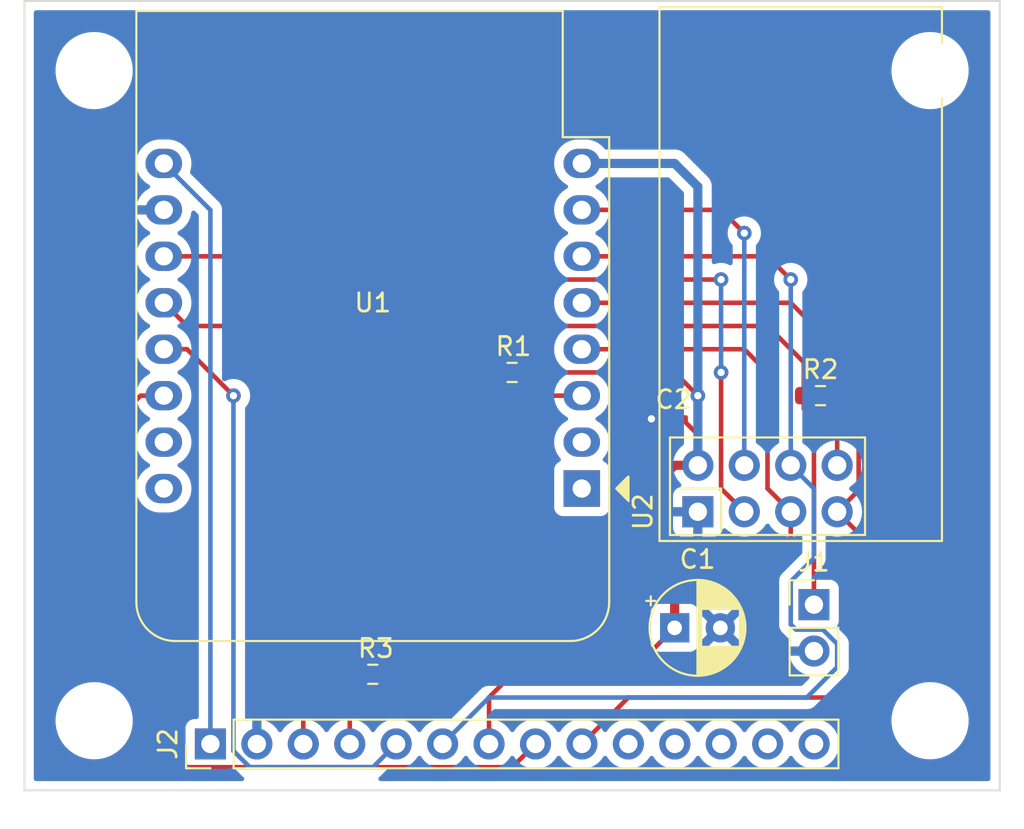
<source format=kicad_pcb>
(kicad_pcb (version 20211014) (generator pcbnew)
  (layers (0 "F.Cu" signal) (31 "B.Cu" signal) (34 "B.Paste" user) (35 "F.Paste" user) (36 "B.SilkS" user "B.Silkscreen") (37 "F.SilkS" user "F.Silkscreen") (38 "B.Mask" user) (39 "F.Mask" user) (44 "Edge.Cuts" user))
  (net 0 "")
  (net 1 "+3.3V")
  (net 2 "GND")
  (net 3 "+5V")
  (net 6 "Net-(U1-Pad7)")
  (net 7 "Net-(U1-Pad11)")
  (net 10 "Net-(J1-Pad1)")
  (net 11 "Net-(J2-Pad3)")
  (net 12 "Net-(J2-Pad4)")
  (net 13 "Net-(J2-Pad5)")
  (net 14 "Net-(J2-Pad6)")
  (net 15 "Net-(J2-Pad7)")
  (net 16 "Net-(J2-Pad8)")
  (net 17 "Net-(J2-Pad9)")
  (net 23 "Net-(R2-Pad2)")
  (footprint "RF_Module:nRF24L01_Breakout" (layer "F.Cu") (at 160.02 100.33 90)
    (fp_text reference "U2" (at 0 -3 90) (layer "F.SilkS"))
    (fp_text value "NRF24L01_Breakout")
    (fp_line (start 4.064 9.144) (end -1.27 9.144) (layer "F.SilkS") (width 0.12))
    (fp_line (start -1.6 13.35) (end -1.6 -2.1) (layer "F.SilkS") (width 0.12))
    (fp_line (start 27.6 -2.1) (end 27.6 13.35) (layer "F.SilkS") (width 0.12))
    (fp_line (start -1.6 -2.1) (end -1.6 -2.1) (layer "F.SilkS") (width 0.12))
    (fp_line (start -1.6 -2.1) (end 27.6 -2.1) (layer "F.SilkS") (width 0.12))
    (fp_line (start 1.27 1.27) (end -1.016 1.27) (layer "F.SilkS") (width 0.12))
    (fp_line (start -1.016 1.27) (end -1.016 1.27) (layer "F.SilkS") (width 0.12))
    (fp_line (start -1.27 9.144) (end -1.27 9.144) (layer "F.SilkS") (width 0.12))
    (fp_line (start 1.27 -1.016) (end 1.27 1.27) (layer "F.SilkS") (width 0.12))
    (fp_line (start -1.27 -1.524) (end 4.064 -1.524) (layer "F.SilkS") (width 0.12))
    (fp_line (start 4.064 -1.524) (end 4.064 9.144) (layer "F.SilkS") (width 0.12))
    (fp_line (start -1.27 9.144) (end -1.27 -1.524) (layer "F.SilkS") (width 0.12))
    (fp_line (start -1.27 -1.524) (end -1.27 -1.524) (layer "F.SilkS") (width 0.12))
    (fp_line (start 27.6 13.35) (end -1.6 13.35) (layer "F.SilkS") (width 0.12))
    (pad "1" thru_hole rect (at 0 0 90) (size 1.7 1.7) (drill 1) (layers *.Cu *.Mask) (net 2 "GND"))
    (pad "2" thru_hole circle (at 2.54 0 90) (size 1.7 1.7) (drill 1) (layers *.Cu *.Mask) (net 1 "+3.3V"))
    (pad "3" thru_hole circle (at 0 2.54 90) (size 1.7 1.7) (drill 1) (layers *.Cu *.Mask) (net 7 "Net-(U1-Pad11)"))
    (pad "4" thru_hole circle (at 2.54 2.54 90) (size 1.7 1.7) (drill 1) (layers *.Cu *.Mask) (net 6 "Net-(U1-Pad7)"))
    (pad "5" thru_hole circle (at 0 5.08 90) (size 1.7 1.7) (drill 1) (layers *.Cu *.Mask) (net 15 "Net-(J2-Pad7)"))
    (pad "6" thru_hole circle (at 2.54 5.08 90) (size 1.7 1.7) (drill 1) (layers *.Cu *.Mask) (net 14 "Net-(J2-Pad6)"))
    (pad "7" thru_hole circle (at 0 7.62 90) (size 1.7 1.7) (drill 1) (layers *.Cu *.Mask) (net 17 "Net-(J2-Pad9)"))
    (pad "8" thru_hole circle (at 2.54 7.62 90) (size 1.7 1.7) (drill 1) (layers *.Cu *.Mask) (net 23 "Net-(R2-Pad2)"))
  )
  (footprint "Connector_PinHeader_2.54mm:PinHeader_1x14_P2.54mm_Vertical" (layer "F.Cu") (at 133.36 113.03 90)
    (fp_text reference "J2" (at 0 -2.33 90) (layer "F.SilkS"))
    (fp_text value "Conn_01x14")
    (fp_line (start -1.33 1.27) (end 1.33 1.27) (layer "F.SilkS") (width 0.12))
    (fp_line (start -1.33 0) (end -1.33 -1.33) (layer "F.SilkS") (width 0.12))
    (fp_line (start -1.33 1.27) (end -1.33 34.35) (layer "F.SilkS") (width 0.12))
    (fp_line (start -1.33 -1.33) (end 0 -1.33) (layer "F.SilkS") (width 0.12))
    (fp_line (start 1.33 1.27) (end 1.33 34.35) (layer "F.SilkS") (width 0.12))
    (fp_line (start -1.33 34.35) (end 1.33 34.35) (layer "F.SilkS") (width 0.12))
    (pad "1" thru_hole rect (at 0 0 90) (size 1.7 1.7) (drill 1) (layers *.Cu *.Mask) (net 3 "+5V"))
    (pad "2" thru_hole oval (at 0 2.54 90) (size 1.7 1.7) (drill 1) (layers *.Cu *.Mask) (net 2 "GND"))
    (pad "3" thru_hole oval (at 0 5.08 90) (size 1.7 1.7) (drill 1) (layers *.Cu *.Mask) (net 11 "Net-(J2-Pad3)"))
    (pad "4" thru_hole oval (at 0 7.62 90) (size 1.7 1.7) (drill 1) (layers *.Cu *.Mask) (net 12 "Net-(J2-Pad4)"))
    (pad "5" thru_hole oval (at 0 10.16 90) (size 1.7 1.7) (drill 1) (layers *.Cu *.Mask) (net 13 "Net-(J2-Pad5)"))
    (pad "6" thru_hole oval (at 0 12.7 90) (size 1.7 1.7) (drill 1) (layers *.Cu *.Mask) (net 14 "Net-(J2-Pad6)"))
    (pad "7" thru_hole oval (at 0 15.24 90) (size 1.7 1.7) (drill 1) (layers *.Cu *.Mask) (net 15 "Net-(J2-Pad7)"))
    (pad "8" thru_hole oval (at 0 17.78 90) (size 1.7 1.7) (drill 1) (layers *.Cu *.Mask) (net 16 "Net-(J2-Pad8)"))
    (pad "9" thru_hole oval (at 0 20.32 90) (size 1.7 1.7) (drill 1) (layers *.Cu *.Mask) (net 17 "Net-(J2-Pad9)"))
    (pad "10" thru_hole oval (at 0 22.86 90) (size 1.7 1.7) (drill 1) (layers *.Cu *.Mask))
    (pad "11" thru_hole oval (at 0 25.4 90) (size 1.7 1.7) (drill 1) (layers *.Cu *.Mask))
    (pad "12" thru_hole oval (at 0 27.94 90) (size 1.7 1.7) (drill 1) (layers *.Cu *.Mask))
    (pad "13" thru_hole oval (at 0 30.48 90) (size 1.7 1.7) (drill 1) (layers *.Cu *.Mask))
    (pad "14" thru_hole oval (at 0 33.02 90) (size 1.7 1.7) (drill 1) (layers *.Cu *.Mask))
  )
  (footprint "MountingHole:MountingHole_3.2mm_M3_DIN965" (layer "F.Cu") (at 172.72 76.2)
    (fp_text reference "H2" hide)
    (fp_text value "MountingHole")
    (pad "" np_thru_hole circle (at 0 0) (size 3.2 3.2) (drill 3.2) (layers *.Cu *.Mask))
  )
  (footprint "Capacitor_SMD:C_0201_0603Metric_Pad0.64x0.40mm_HandSolder" (layer "F.Cu") (at 158.75 95.25 180)
    (fp_text reference "C2" (at 0.072234 1.0567) (layer "F.SilkS"))
    (fp_text value "100nF")
    (pad "1" smd roundrect (at -0.4075 0 180) (size 0.635 0.4) (layers "F.Cu" "F.Mask") (net 1 "+3.3V"))
    (pad "2" smd roundrect (at 0.4075 0 180) (size 0.635 0.4) (layers "F.Cu" "F.Mask") (net 2 "GND"))
  )
  (footprint "Resistor_SMD:R_0603_1608Metric_Pad0.98x0.95mm_HandSolder" (layer "F.Cu") (at 142.24 109.22 180)
    (fp_text reference "R3" (at -0.164077 1.41767 180) (layer "F.SilkS"))
    (fp_text value "1k")
    (fp_line (start -0.254724 -0.5225) (end 0.254724 -0.5225) (layer "F.SilkS") (width 0.12))
    (fp_line (start -0.254724 0.5225) (end 0.254724 0.5225) (layer "F.SilkS") (width 0.12))
    (pad "1" smd roundrect (at -0.9125 0 180) (size 0.975 0.95) (layers "F.Cu" "F.Paste" "F.Mask") (net 1 "+3.3V"))
    (pad "2" smd roundrect (at 0.9125 0 180) (size 0.975 0.95) (layers "F.Cu" "F.Paste" "F.Mask") (net 12 "Net-(J2-Pad4)"))
  )
  (footprint "Resistor_SMD:R_0603_1608Metric_Pad0.98x0.95mm_HandSolder" (layer "F.Cu") (at 166.7275 93.98)
    (fp_text reference "R2" (at 0 -1.43) (layer "F.SilkS"))
    (fp_text value "1k")
    (fp_line (start -0.254724 -0.5225) (end 0.254724 -0.5225) (layer "F.SilkS") (width 0.12))
    (fp_line (start -0.254724 0.5225) (end 0.254724 0.5225) (layer "F.SilkS") (width 0.12))
    (pad "1" smd roundrect (at -0.9125 0) (size 0.975 0.95) (layers "F.Cu" "F.Paste" "F.Mask") (net 10 "Net-(J1-Pad1)"))
    (pad "2" smd roundrect (at 0.9125 0) (size 0.975 0.95) (layers "F.Cu" "F.Paste" "F.Mask") (net 23 "Net-(R2-Pad2)"))
  )
  (footprint "Capacitor_THT:CP_Radial_D5.0mm_P2.50mm" (layer "F.Cu") (at 158.75 106.68)
    (fp_text reference "C1" (at 1.25 -3.75) (layer "F.SilkS"))
    (fp_text value "10uF")
    (fp_line (start 3.131 -1.785) (end 3.131 -1.04) (layer "F.SilkS") (width 0.12))
    (fp_line (start 1.29 -2.58) (end 1.29 2.58) (layer "F.SilkS") (width 0.12))
    (fp_line (start 2.691 1.04) (end 2.691 2.149) (layer "F.SilkS") (width 0.12))
    (fp_line (start 3.691 -0.915) (end 3.691 0.915) (layer "F.SilkS") (width 0.12))
    (fp_line (start 2.851 1.04) (end 2.851 2.035) (layer "F.SilkS") (width 0.12))
    (fp_line (start 2.531 -2.247) (end 2.531 -1.04) (layer "F.SilkS") (width 0.12))
    (fp_line (start 1.77 -2.528) (end 1.77 -1.04) (layer "F.SilkS") (width 0.12))
    (fp_line (start 3.211 -1.699) (end 3.211 -1.04) (layer "F.SilkS") (width 0.12))
    (fp_line (start 2.491 1.04) (end 2.491 2.268) (layer "F.SilkS") (width 0.12))
    (fp_line (start 2.011 -2.468) (end 2.011 -1.04) (layer "F.SilkS") (width 0.12))
    (fp_line (start 1.971 -2.48) (end 1.971 -1.04) (layer "F.SilkS") (width 0.12))
    (fp_line (start 2.371 1.04) (end 2.371 2.329) (layer "F.SilkS") (width 0.12))
    (fp_line (start 3.411 -1.443) (end 3.411 -1.04) (layer "F.SilkS") (width 0.12))
    (fp_line (start 1.93 1.04) (end 1.93 2.491) (layer "F.SilkS") (width 0.12))
    (fp_line (start 1.73 1.04) (end 1.73 2.536) (layer "F.SilkS") (width 0.12))
    (fp_line (start 2.491 -2.268) (end 2.491 -1.04) (layer "F.SilkS") (width 0.12))
    (fp_line (start 2.651 -2.175) (end 2.651 -1.04) (layer "F.SilkS") (width 0.12))
    (fp_line (start 2.571 1.04) (end 2.571 2.224) (layer "F.SilkS") (width 0.12))
    (fp_line (start 3.051 -1.864) (end 3.051 -1.04) (layer "F.SilkS") (width 0.12))
    (fp_line (start 3.651 -1.011) (end 3.651 1.011) (layer "F.SilkS") (width 0.12))
    (fp_line (start 2.771 -2.095) (end 2.771 -1.04) (layer "F.SilkS") (width 0.12))
    (fp_line (start 1.53 -2.565) (end 1.53 -1.04) (layer "F.SilkS") (width 0.12))
    (fp_line (start 2.731 -2.122) (end 2.731 -1.04) (layer "F.SilkS") (width 0.12))
    (fp_line (start 3.291 -1.605) (end 3.291 -1.04) (layer "F.SilkS") (width 0.12))
    (fp_line (start 2.611 -2.2) (end 2.611 -1.04) (layer "F.SilkS") (width 0.12))
    (fp_line (start 2.891 1.04) (end 2.891 2.004) (layer "F.SilkS") (width 0.12))
    (fp_line (start 2.011 1.04) (end 2.011 2.468) (layer "F.SilkS") (width 0.12))
    (fp_line (start 2.931 1.04) (end 2.931 1.971) (layer "F.SilkS") (width 0.12))
    (fp_line (start 2.971 -1.937) (end 2.971 -1.04) (layer "F.SilkS") (width 0.12))
    (fp_line (start 1.65 1.04) (end 1.65 2.55) (layer "F.SilkS") (width 0.12))
    (fp_line (start 1.33 -2.579) (end 1.33 2.579) (layer "F.SilkS") (width 0.12))
    (fp_line (start 1.85 -2.511) (end 1.85 -1.04) (layer "F.SilkS") (width 0.12))
    (fp_line (start 2.931 -1.971) (end 2.931 -1.04) (layer "F.SilkS") (width 0.12))
    (fp_line (start 2.091 -2.442) (end 2.091 -1.04) (layer "F.SilkS") (width 0.12))
    (fp_line (start 2.531 1.04) (end 2.531 2.247) (layer "F.SilkS") (width 0.12))
    (fp_line (start 2.811 1.04) (end 2.811 2.065) (layer "F.SilkS") (width 0.12))
    (fp_line (start 1.73 -2.536) (end 1.73 -1.04) (layer "F.SilkS") (width 0.12))
    (fp_line (start 3.171 -1.743) (end 3.171 -1.04) (layer "F.SilkS") (width 0.12))
    (fp_line (start 3.251 1.04) (end 3.251 1.653) (layer "F.SilkS") (width 0.12))
    (fp_line (start 2.211 -2.398) (end 2.211 -1.04) (layer "F.SilkS") (width 0.12))
    (fp_line (start 3.291 1.04) (end 3.291 1.605) (layer "F.SilkS") (width 0.12))
    (fp_line (start 1.89 -2.501) (end 1.89 -1.04) (layer "F.SilkS") (width 0.12))
    (fp_line (start 1.89 1.04) (end 1.89 2.501) (layer "F.SilkS") (width 0.12))
    (fp_line (start 3.491 1.04) (end 3.491 1.319) (layer "F.SilkS") (width 0.12))
    (fp_line (start 3.331 1.04) (end 3.331 1.554) (layer "F.SilkS") (width 0.12))
    (fp_line (start 2.051 -2.455) (end 2.051 -1.04) (layer "F.SilkS") (width 0.12))
    (fp_line (start -1.554775 -1.475) (end -1.054775 -1.475) (layer "F.SilkS") (width 0.12))
    (fp_line (start 3.371 -1.5) (end 3.371 -1.04) (layer "F.SilkS") (width 0.12))
    (fp_line (start 2.611 1.04) (end 2.611 2.2) (layer "F.SilkS") (width 0.12))
    (fp_line (start 3.371 1.04) (end 3.371 1.5) (layer "F.SilkS") (width 0.12))
    (fp_line (start 3.411 1.04) (end 3.411 1.443) (layer "F.SilkS") (width 0.12))
    (fp_line (start 3.451 1.04) (end 3.451 1.383) (layer "F.SilkS") (width 0.12))
    (fp_line (start 3.011 -1.901) (end 3.011 -1.04) (layer "F.SilkS") (width 0.12))
    (fp_line (start 3.811 -0.518) (end 3.811 0.518) (layer "F.SilkS") (width 0.12))
    (fp_line (start 2.811 -2.065) (end 2.811 -1.04) (layer "F.SilkS") (width 0.12))
    (fp_line (start 2.851 -2.035) (end 2.851 -1.04) (layer "F.SilkS") (width 0.12))
    (fp_line (start 1.69 -2.543) (end 1.69 -1.04) (layer "F.SilkS") (width 0.12))
    (fp_line (start 3.771 -0.677) (end 3.771 0.677) (layer "F.SilkS") (width 0.12))
    (fp_line (start 1.45 -2.573) (end 1.45 2.573) (layer "F.SilkS") (width 0.12))
    (fp_line (start 2.131 -2.428) (end 2.131 -1.04) (layer "F.SilkS") (width 0.12))
    (fp_line (start 2.891 -2.004) (end 2.891 -1.04) (layer "F.SilkS") (width 0.12))
    (fp_line (start 1.971 1.04) (end 1.971 2.48) (layer "F.SilkS") (width 0.12))
    (fp_line (start 3.331 -1.554) (end 3.331 -1.04) (layer "F.SilkS") (width 0.12))
    (fp_line (start 1.49 1.04) (end 1.49 2.569) (layer "F.SilkS") (width 0.12))
    (fp_line (start 2.171 1.04) (end 2.171 2.414) (layer "F.SilkS") (width 0.12))
    (fp_line (start 3.731 -0.805) (end 3.731 0.805) (layer "F.SilkS") (width 0.12))
    (fp_line (start 1.81 -2.52) (end 1.81 -1.04) (layer "F.SilkS") (width 0.12))
    (fp_line (start 1.81 1.04) (end 1.81 2.52) (layer "F.SilkS") (width 0.12))
    (fp_line (start 3.251 -1.653) (end 3.251 -1.04) (layer "F.SilkS") (width 0.12))
    (fp_line (start 1.61 1.04) (end 1.61 2.556) (layer "F.SilkS") (width 0.12))
    (fp_line (start 3.171 1.04) (end 3.171 1.743) (layer "F.SilkS") (width 0.12))
    (fp_line (start 1.93 -2.491) (end 1.93 -1.04) (layer "F.SilkS") (width 0.12))
    (fp_line (start 1.65 -2.55) (end 1.65 -1.04) (layer "F.SilkS") (width 0.12))
    (fp_line (start 3.011 1.04) (end 3.011 1.901) (layer "F.SilkS") (width 0.12))
    (fp_line (start 2.251 -2.382) (end 2.251 -1.04) (layer "F.SilkS") (width 0.12))
    (fp_line (start 1.85 1.04) (end 1.85 2.511) (layer "F.SilkS") (width 0.12))
    (fp_line (start 1.77 1.04) (end 1.77 2.528) (layer "F.SilkS") (width 0.12))
    (fp_line (start 1.49 -2.569) (end 1.49 -1.04) (layer "F.SilkS") (width 0.12))
    (fp_line (start 3.851 -0.284) (end 3.851 0.284) (layer "F.SilkS") (width 0.12))
    (fp_line (start 2.651 1.04) (end 2.651 2.175) (layer "F.SilkS") (width 0.12))
    (fp_line (start 2.091 1.04) (end 2.091 2.442) (layer "F.SilkS") (width 0.12))
    (fp_line (start 2.571 -2.224) (end 2.571 -1.04) (layer "F.SilkS") (width 0.12))
    (fp_line (start 1.53 1.04) (end 1.53 2.565) (layer "F.SilkS") (width 0.12))
    (fp_line (start 2.171 -2.414) (end 2.171 -1.04) (layer "F.SilkS") (width 0.12))
    (fp_line (start 2.331 1.04) (end 2.331 2.348) (layer "F.SilkS") (width 0.12))
    (fp_line (start 3.571 -1.178) (end 3.571 1.178) (layer "F.SilkS") (width 0.12))
    (fp_line (start 1.41 -2.576) (end 1.41 2.576) (layer "F.SilkS") (width 0.12))
    (fp_line (start 1.61 -2.556) (end 1.61 -1.04) (layer "F.SilkS") (width 0.12))
    (fp_line (start 2.291 1.04) (end 2.291 2.365) (layer "F.SilkS") (width 0.12))
    (fp_line (start 1.69 1.04) (end 1.69 2.543) (layer "F.SilkS") (width 0.12))
    (fp_line (start 3.491 -1.319) (end 3.491 -1.04) (layer "F.SilkS") (width 0.12))
    (fp_line (start 2.251 1.04) (end 2.251 2.382) (layer "F.SilkS") (width 0.12))
    (fp_line (start 1.37 -2.578) (end 1.37 2.578) (layer "F.SilkS") (width 0.12))
    (fp_line (start 1.25 -2.58) (end 1.25 2.58) (layer "F.SilkS") (width 0.12))
    (fp_line (start 3.531 1.04) (end 3.531 1.251) (layer "F.SilkS") (width 0.12))
    (fp_line (start -1.304775 -1.725) (end -1.304775 -1.225) (layer "F.SilkS") (width 0.12))
    (fp_line (start 2.411 1.04) (end 2.411 2.31) (layer "F.SilkS") (width 0.12))
    (fp_line (start 3.091 1.04) (end 3.091 1.826) (layer "F.SilkS") (width 0.12))
    (fp_line (start 1.57 -2.561) (end 1.57 -1.04) (layer "F.SilkS") (width 0.12))
    (fp_line (start 2.451 1.04) (end 2.451 2.29) (layer "F.SilkS") (width 0.12))
    (fp_line (start 1.57 1.04) (end 1.57 2.561) (layer "F.SilkS") (width 0.12))
    (fp_line (start 3.531 -1.251) (end 3.531 -1.04) (layer "F.SilkS") (width 0.12))
    (fp_line (start 2.451 -2.29) (end 2.451 -1.04) (layer "F.SilkS") (width 0.12))
    (fp_line (start 2.411 -2.31) (end 2.411 -1.04) (layer "F.SilkS") (width 0.12))
    (fp_line (start 2.051 1.04) (end 2.051 2.455) (layer "F.SilkS") (width 0.12))
    (fp_line (start 2.691 -2.149) (end 2.691 -1.04) (layer "F.SilkS") (width 0.12))
    (fp_line (start 2.131 1.04) (end 2.131 2.428) (layer "F.SilkS") (width 0.12))
    (fp_line (start 2.971 1.04) (end 2.971 1.937) (layer "F.SilkS") (width 0.12))
    (fp_line (start 2.331 -2.348) (end 2.331 -1.04) (layer "F.SilkS") (width 0.12))
    (fp_line (start 2.211 1.04) (end 2.211 2.398) (layer "F.SilkS") (width 0.12))
    (fp_line (start 3.611 -1.098) (end 3.611 1.098) (layer "F.SilkS") (width 0.12))
    (fp_line (start 3.131 1.04) (end 3.131 1.785) (layer "F.SilkS") (width 0.12))
    (fp_line (start 3.211 1.04) (end 3.211 1.699) (layer "F.SilkS") (width 0.12))
    (fp_line (start 2.771 1.04) (end 2.771 2.095) (layer "F.SilkS") (width 0.12))
    (fp_line (start 3.051 1.04) (end 3.051 1.864) (layer "F.SilkS") (width 0.12))
    (fp_line (start 3.451 -1.383) (end 3.451 -1.04) (layer "F.SilkS") (width 0.12))
    (fp_line (start 3.091 -1.826) (end 3.091 -1.04) (layer "F.SilkS") (width 0.12))
    (fp_line (start 2.731 1.04) (end 2.731 2.122) (layer "F.SilkS") (width 0.12))
    (fp_line (start 2.371 -2.329) (end 2.371 -1.04) (layer "F.SilkS") (width 0.12))
    (fp_line (start 2.291 -2.365) (end 2.291 -1.04) (layer "F.SilkS") (width 0.12))
    (fp_circle (center 1.25 0) (end 3.87 0) (layer "F.SilkS") (width 0.12) (fill none))
    (pad "1" thru_hole rect (at 0 0) (size 1.6 1.6) (drill 0.8) (layers *.Cu *.Mask) (net 1 "+3.3V"))
    (pad "2" thru_hole circle (at 2.5 0) (size 1.6 1.6) (drill 0.8) (layers *.Cu *.Mask) (net 2 "GND"))
  )
  (footprint "MountingHole:MountingHole_3.2mm_M3_DIN965" (layer "F.Cu") (at 127 111.76)
    (fp_text reference "H3" hide)
    (fp_text value "MountingHole")
    (pad "" np_thru_hole circle (at 0 0) (size 3.2 3.2) (drill 3.2) (layers *.Cu *.Mask))
  )
  (footprint "MountingHole:MountingHole_3.2mm_M3_DIN965" (layer "F.Cu") (at 127 76.2)
    (fp_text reference "H1" hide)
    (fp_text value "MountingHole")
    (pad "" np_thru_hole circle (at 0 0) (size 3.2 3.2) (drill 3.2) (layers *.Cu *.Mask))
  )
  (footprint "Resistor_SMD:R_0603_1608Metric_Pad0.98x0.95mm_HandSolder" (layer "F.Cu") (at 149.86 92.71 180)
    (fp_text reference "R1" (at -0.072432 1.420872 180) (layer "F.SilkS"))
    (fp_text value "10k")
    (fp_line (start -0.254724 0.5225) (end 0.254724 0.5225) (layer "F.SilkS") (width 0.12))
    (fp_line (start -0.254724 -0.5225) (end 0.254724 -0.5225) (layer "F.SilkS") (width 0.12))
    (pad "1" smd roundrect (at -0.9125 0 180) (size 0.975 0.95) (layers "F.Cu" "F.Paste" "F.Mask") (net 1 "+3.3V"))
    (pad "2" smd roundrect (at 0.9125 0 180) (size 0.975 0.95) (layers "F.Cu" "F.Paste" "F.Mask") (net 10 "Net-(J1-Pad1)"))
  )
  (footprint "Connector_PinHeader_2.54mm:PinHeader_1x02_P2.54mm_Vertical" (layer "F.Cu") (at 166.37 105.41)
    (fp_text reference "J1" (at 0 -2.33) (layer "F.SilkS"))
    (fp_text value "Conn_01x02")
    (fp_line (start -1.33 -1.33) (end 0 -1.33) (layer "F.SilkS") (width 0.12))
    (fp_line (start 1.33 1.27) (end 1.33 3.87) (layer "F.SilkS") (width 0.12))
    (fp_line (start -1.33 0) (end -1.33 -1.33) (layer "F.SilkS") (width 0.12))
    (fp_line (start -1.33 3.87) (end 1.33 3.87) (layer "F.SilkS") (width 0.12))
    (fp_line (start -1.33 1.27) (end 1.33 1.27) (layer "F.SilkS") (width 0.12))
    (fp_line (start -1.33 1.27) (end -1.33 3.87) (layer "F.SilkS") (width 0.12))
    (pad "1" thru_hole rect (at 0 0) (size 1.7 1.7) (drill 1) (layers *.Cu *.Mask) (net 10 "Net-(J1-Pad1)"))
    (pad "2" thru_hole oval (at 0 2.54) (size 1.7 1.7) (drill 1) (layers *.Cu *.Mask) (net 2 "GND"))
  )
  (footprint "MountingHole:MountingHole_3.2mm_M3_DIN965" (layer "F.Cu") (at 172.72 111.76)
    (fp_text reference "H4" hide)
    (fp_text value "MountingHole")
    (pad "" np_thru_hole circle (at 0 0) (size 3.2 3.2) (drill 3.2) (layers *.Cu *.Mask))
  )
  (footprint "Module:WEMOS_D1_mini_light" (layer "F.Cu") (at 153.67 99.06 180)
    (fp_text reference "U1" (at 11.43 10.16) (layer "F.SilkS"))
    (fp_text value "WeMos_D1_mini")
    (fp_line (start 24.36 26.12) (end 24.36 -6.21) (layer "F.SilkS") (width 0.12))
    (fp_line (start -1.5 19.22) (end 1.04 19.22) (layer "F.SilkS") (width 0.12))
    (fp_line (start 22.24 -8.34) (end 0.63 -8.34) (layer "F.SilkS") (width 0.12))
    (fp_line (start -1.5 19.22) (end -1.5 -6.21) (layer "F.SilkS") (width 0.12))
    (fp_line (start 1.04 26.12) (end 24.36 26.12) (layer "F.SilkS") (width 0.12))
    (fp_line (start 1.04 19.22) (end 1.04 26.12) (layer "F.SilkS") (width 0.12))
    (fp_arc (start 22.23 -8.34) (mid 23.736137 -7.716137) (end 24.36 -6.21) (layer "F.SilkS") (width 0.12))
    (fp_arc (start -1.5 -6.21) (mid -0.876137 -7.716137) (end 0.63 -8.34) (layer "F.SilkS") (width 0.12))
    (fp_poly (pts (xy -2.54 -0.635) (xy -2.54 0.635) (xy -1.905 0)) (layer "F.SilkS") (width 0.15) (fill solid))
    (pad "1" thru_hole rect (at 0 0 180) (size 2 2) (drill 1) (layers *.Cu *.Mask))
    (pad "2" thru_hole oval (at 0 2.54 180) (size 2 1.6) (drill 1) (layers *.Cu *.Mask))
    (pad "3" thru_hole oval (at 0 5.08 180) (size 2 1.6) (drill 1) (layers *.Cu *.Mask) (net 11 "Net-(J2-Pad3)"))
    (pad "4" thru_hole oval (at 0 7.62 180) (size 2 1.6) (drill 1) (layers *.Cu *.Mask) (net 15 "Net-(J2-Pad7)"))
    (pad "5" thru_hole oval (at 0 10.16 180) (size 2 1.6) (drill 1) (layers *.Cu *.Mask) (net 17 "Net-(J2-Pad9)"))
    (pad "6" thru_hole oval (at 0 12.7 180) (size 2 1.6) (drill 1) (layers *.Cu *.Mask) (net 14 "Net-(J2-Pad6)"))
    (pad "7" thru_hole oval (at 0 15.24 180) (size 2 1.6) (drill 1) (layers *.Cu *.Mask) (net 6 "Net-(U1-Pad7)"))
    (pad "8" thru_hole oval (at 0 17.78 180) (size 2 1.6) (drill 1) (layers *.Cu *.Mask) (net 1 "+3.3V"))
    (pad "9" thru_hole oval (at 22.86 17.78 180) (size 2 1.6) (drill 1) (layers *.Cu *.Mask) (net 3 "+5V"))
    (pad "10" thru_hole oval (at 22.86 15.24 180) (size 2 1.6) (drill 1) (layers *.Cu *.Mask) (net 2 "GND"))
    (pad "11" thru_hole oval (at 22.86 12.7 180) (size 2 1.6) (drill 1) (layers *.Cu *.Mask) (net 7 "Net-(U1-Pad11)"))
    (pad "12" thru_hole oval (at 22.86 10.16 180) (size 2 1.6) (drill 1) (layers *.Cu *.Mask) (net 10 "Net-(J1-Pad1)"))
    (pad "13" thru_hole oval (at 22.86 7.62 180) (size 2 1.6) (drill 1) (layers *.Cu *.Mask) (net 13 "Net-(J2-Pad5)"))
    (pad "14" thru_hole oval (at 22.86 5.08 180) (size 2 1.6) (drill 1) (layers *.Cu *.Mask) (net 16 "Net-(J2-Pad8)"))
    (pad "15" thru_hole oval (at 22.86 2.54 180) (size 2 1.6) (drill 1) (layers *.Cu *.Mask))
    (pad "16" thru_hole oval (at 22.86 0 180) (size 2 1.6) (drill 1) (layers *.Cu *.Mask))
  )
  (gr_line (start 176.53 115.57) (end 123.19 115.57) (layer "Edge.Cuts") (width 0.1))
  (gr_line (start 176.53 72.39) (end 176.53 115.57) (layer "Edge.Cuts") (width 0.1))
  (gr_line (start 123.19 72.39) (end 176.53 72.39) (layer "Edge.Cuts") (width 0.1))
  (gr_line (start 123.19 115.57) (end 123.19 72.39) (layer "Edge.Cuts") (width 0.1))
  (segment (start 144.4225 107.95) (end 143.1525 109.22) (width 0.25) (layer "F.Cu") (net 1))
  (segment (start 150.2675 92.71) (end 157.48 92.71) (width 0.25) (layer "F.Cu") (net 1))
  (segment (start 157.48 107.95) (end 158.75 106.68) (width 0.25) (layer "F.Cu") (net 1))
  (segment (start 158.75 104.14) (end 158.75 106.68) (width 0.5) (layer "F.Cu") (net 1))
  (segment (start 158.75 97.79) (end 157.48 99.06) (width 0.5) (layer "F.Cu") (net 1))
  (segment (start 157.48 102.87) (end 158.75 104.14) (width 0.5) (layer "F.Cu") (net 1))
  (segment (start 159.1575 95.25) (end 160.02 96.1125) (width 0.25) (layer "F.Cu") (net 1))
  (segment (start 157.48 107.95) (end 144.4225 107.95) (width 0.25) (layer "F.Cu") (net 1))
  (segment (start 160.02 97.79) (end 158.75 97.79) (width 0.5) (layer "F.Cu") (net 1))
  (segment (start 157.48 92.71) (end 158.75 92.71) (width 0.25) (layer "F.Cu") (net 1))
  (segment (start 157.48 99.06) (end 157.48 102.87) (width 0.5) (layer "F.Cu") (net 1))
  (segment (start 158.75 92.71) (end 160.02 93.98) (width 0.25) (layer "F.Cu") (net 1))
  (segment (start 160.02 96.1125) (end 160.02 97.79) (width 0.25) (layer "F.Cu") (net 1))
  (via (at 160.02 93.98) (size 0.8) (drill 0.4) (layers "F.Cu" "B.Cu") (net 1))
  (segment (start 158.75 81.28) (end 160.02 82.55) (width 0.5) (layer "B.Cu") (net 1))
  (segment (start 160.02 82.55) (end 160.02 93.98) (width 0.5) (layer "B.Cu") (net 1))
  (segment (start 160.02 93.98) (end 160.02 97.79) (width 0.5) (layer "B.Cu") (net 1))
  (segment (start 153.67 81.28) (end 158.75 81.28) (width 0.5) (layer "B.Cu") (net 1))
  (segment (start 158.3425 95.25) (end 157.48 95.25) (width 0.25) (layer "F.Cu") (net 2))
  (via (at 157.48 95.25) (size 0.8) (drill 0.4) (layers "F.Cu" "B.Cu") (net 2))
  (segment (start 133.36 83.83) (end 130.81 81.28) (width 0.25) (layer "B.Cu") (net 3))
  (segment (start 133.36 113.03) (end 133.36 83.83) (width 0.25) (layer "B.Cu") (net 3))
  (segment (start 161.29 83.82) (end 162.56 85.09) (width 0.25) (layer "F.Cu") (net 6))
  (segment (start 153.67 83.82) (end 160.02 83.82) (width 0.25) (layer "F.Cu") (net 6))
  (segment (start 160.02 83.82) (end 161.29 83.82) (width 0.25) (layer "F.Cu") (net 6))
  (via (at 162.56 85.09) (size 0.8) (drill 0.4) (layers "F.Cu" "B.Cu") (net 6))
  (segment (start 162.56 85.09) (end 162.56 97.79) (width 0.25) (layer "B.Cu") (net 6))
  (segment (start 161.29 92.71) (end 161.29 99.06) (width 0.25) (layer "F.Cu") (net 7))
  (segment (start 130.81 86.36) (end 151.13 86.36) (width 0.25) (layer "F.Cu") (net 7))
  (segment (start 161.29 99.06) (end 162.56 100.33) (width 0.25) (layer "F.Cu") (net 7))
  (segment (start 151.13 86.36) (end 152.4 87.63) (width 0.25) (layer "F.Cu") (net 7))
  (segment (start 152.4 87.63) (end 161.29 87.63) (width 0.25) (layer "F.Cu") (net 7))
  (via (at 161.29 92.71) (size 0.8) (drill 0.4) (layers "F.Cu" "B.Cu") (net 7))
  (via (at 161.29 87.63) (size 0.8) (drill 0.4) (layers "F.Cu" "B.Cu") (net 7))
  (segment (start 161.29 87.63) (end 161.29 92.71) (width 0.25) (layer "B.Cu") (net 7))
  (segment (start 149.86 90.17) (end 163.83 90.17) (width 0.25) (layer "F.Cu") (net 10))
  (segment (start 166.37 95.25) (end 166.37 105.41) (width 0.25) (layer "F.Cu") (net 10))
  (segment (start 165.815 94.695) (end 166.37 95.25) (width 0.25) (layer "F.Cu") (net 10))
  (segment (start 163.83 90.17) (end 165.815 92.155) (width 0.25) (layer "F.Cu") (net 10))
  (segment (start 149.86 90.17) (end 132.08 90.17) (width 0.25) (layer "F.Cu") (net 10))
  (segment (start 132.08 90.17) (end 130.81 88.9) (width 0.25) (layer "F.Cu") (net 10))
  (segment (start 149.86 91.7975) (end 148.9475 92.71) (width 0.25) (layer "F.Cu") (net 10))
  (segment (start 165.815 92.155) (end 165.815 93.98) (width 0.25) (layer "F.Cu") (net 10))
  (segment (start 149.86 90.17) (end 149.86 91.7975) (width 0.25) (layer "F.Cu") (net 10))
  (segment (start 165.815 93.98) (end 165.815 94.695) (width 0.25) (layer "F.Cu") (net 10))
  (segment (start 138.44 106.67) (end 151.13 93.98) (width 0.25) (layer "F.Cu") (net 11))
  (segment (start 138.44 113.03) (end 138.44 106.67) (width 0.25) (layer "F.Cu") (net 11))
  (segment (start 151.13 93.98) (end 153.67 93.98) (width 0.25) (layer "F.Cu") (net 11))
  (segment (start 140.98 109.5675) (end 140.98 113.03) (width 0.25) (layer "F.Cu") (net 12))
  (segment (start 141.3275 109.22) (end 140.98 109.5675) (width 0.25) (layer "F.Cu") (net 12))
  (segment (start 134.62 93.98) (end 132.08 91.44) (width 0.25) (layer "F.Cu") (net 13))
  (segment (start 132.08 91.44) (end 130.81 91.44) (width 0.25) (layer "F.Cu") (net 13))
  (via (at 134.62 93.98) (size 0.8) (drill 0.4) (layers "F.Cu" "B.Cu") (net 13))
  (segment (start 134.62 113.41101) (end 134.62 93.98) (width 0.25) (layer "B.Cu") (net 13))
  (segment (start 135.50899 114.3) (end 134.62 113.41101) (width 0.25) (layer "B.Cu") (net 13))
  (segment (start 142.25 114.3) (end 135.50899 114.3) (width 0.25) (layer "B.Cu") (net 13))
  (segment (start 143.52 113.03) (end 142.25 114.3) (width 0.25) (layer "B.Cu") (net 13))
  (segment (start 163.83 86.36) (end 165.1 87.63) (width 0.25) (layer "F.Cu") (net 14))
  (segment (start 153.67 86.36) (end 163.83 86.36) (width 0.25) (layer "F.Cu") (net 14))
  (via (at 165.1 87.63) (size 0.8) (drill 0.4) (layers "F.Cu" "B.Cu") (net 14))
  (segment (start 167.64 108.82899) (end 167.64 107.55899) (width 0.25) (layer "B.Cu") (net 14))
  (segment (start 165.1 106.489022) (end 165.1 104.14) (width 0.25) (layer "B.Cu") (net 14))
  (segment (start 165.1 104.14) (end 166.37 102.87) (width 0.25) (layer "B.Cu") (net 14))
  (segment (start 166.856499 106.775489) (end 165.386467 106.775489) (width 0.25) (layer "B.Cu") (net 14))
  (segment (start 166.37 99.06) (end 165.1 97.79) (width 0.25) (layer "B.Cu") (net 14))
  (segment (start 148.6 110.49) (end 165.97899 110.49) (width 0.25) (layer "B.Cu") (net 14))
  (segment (start 165.1 87.63) (end 165.1 97.79) (width 0.25) (layer "B.Cu") (net 14))
  (segment (start 165.386467 106.775489) (end 165.1 106.489022) (width 0.25) (layer "B.Cu") (net 14))
  (segment (start 166.37 102.87) (end 166.37 99.06) (width 0.25) (layer "B.Cu") (net 14))
  (segment (start 167.64 107.55899) (end 166.856499 106.775489) (width 0.25) (layer "B.Cu") (net 14))
  (segment (start 146.06 113.03) (end 148.6 110.49) (width 0.25) (layer "B.Cu") (net 14))
  (segment (start 165.97899 110.49) (end 167.64 108.82899) (width 0.25) (layer "B.Cu") (net 14))
  (segment (start 163.83 104.14) (end 163.83 107.95) (width 0.25) (layer "F.Cu") (net 15))
  (segment (start 163.83 92.71) (end 163.83 99.06) (width 0.25) (layer "F.Cu") (net 15))
  (segment (start 153.67 91.44) (end 162.56 91.44) (width 0.25) (layer "F.Cu") (net 15))
  (segment (start 148.6 110.48) (end 149.86 109.22) (width 0.25) (layer "F.Cu") (net 15))
  (segment (start 148.6 113.03) (end 148.6 110.48) (width 0.25) (layer "F.Cu") (net 15))
  (segment (start 163.83 99.06) (end 165.1 100.33) (width 0.25) (layer "F.Cu") (net 15))
  (segment (start 165.1 102.87) (end 163.83 104.14) (width 0.25) (layer "F.Cu") (net 15))
  (segment (start 165.1 100.33) (end 165.1 102.87) (width 0.25) (layer "F.Cu") (net 15))
  (segment (start 162.56 109.22) (end 163.83 107.95) (width 0.25) (layer "F.Cu") (net 15))
  (segment (start 149.86 109.22) (end 162.56 109.22) (width 0.25) (layer "F.Cu") (net 15))
  (segment (start 162.56 91.44) (end 163.83 92.71) (width 0.25) (layer "F.Cu") (net 15))
  (segment (start 129.54 93.98) (end 130.81 93.98) (width 0.25) (layer "F.Cu") (net 16))
  (segment (start 128.27 106.68) (end 128.27 95.25) (width 0.25) (layer "F.Cu") (net 16))
  (segment (start 130.81 109.22) (end 128.27 106.68) (width 0.25) (layer "F.Cu") (net 16))
  (segment (start 132.08 114.3) (end 130.81 113.03) (width 0.25) (layer "F.Cu") (net 16))
  (segment (start 130.81 113.03) (end 130.81 109.22) (width 0.25) (layer "F.Cu") (net 16))
  (segment (start 151.14 113.03) (end 149.87 114.3) (width 0.25) (layer "F.Cu") (net 16))
  (segment (start 149.87 114.3) (end 132.08 114.3) (width 0.25) (layer "F.Cu") (net 16))
  (segment (start 128.27 95.25) (end 129.54 93.98) (width 0.25) (layer "F.Cu") (net 16))
  (segment (start 156.21 110.49) (end 156.21 110.5) (width 0.25) (layer "F.Cu") (net 17))
  (segment (start 167.64 110.49) (end 156.21 110.49) (width 0.25) (layer "F.Cu") (net 17))
  (segment (start 153.67 88.9) (end 165.1 88.9) (width 0.25) (layer "F.Cu") (net 17))
  (segment (start 165.1 88.9) (end 168.815 92.615) (width 0.25) (layer "F.Cu") (net 17))
  (segment (start 168.815 99.155) (end 167.64 100.33) (width 0.25) (layer "F.Cu") (net 17))
  (segment (start 167.64 100.33) (end 168.91 101.6) (width 0.25) (layer "F.Cu") (net 17))
  (segment (start 168.815 92.615) (end 168.815 99.155) (width 0.25) (layer "F.Cu") (net 17))
  (segment (start 156.21 110.5) (end 153.68 113.03) (width 0.25) (layer "F.Cu") (net 17))
  (segment (start 168.91 109.22) (end 167.64 110.49) (width 0.25) (layer "F.Cu") (net 17))
  (segment (start 168.91 101.6) (end 168.91 109.22) (width 0.25) (layer "F.Cu") (net 17))
  (segment (start 167.64 93.98) (end 167.64 97.79) (width 0.25) (layer "F.Cu") (net 23))
  (zone (net 2) (net_name "GND") (layer "B.Cu") (connect_pads (clearance 0.508)) (min_thickness 0.254) (fill yes (thermal_gap 0.508) (thermal_bridge_width 0.508))
    (polygon (pts (xy 176.53 115.57) (xy 123.19 115.57) (xy 123.19 72.39) (xy 176.53 72.39)))
  )
)
</source>
